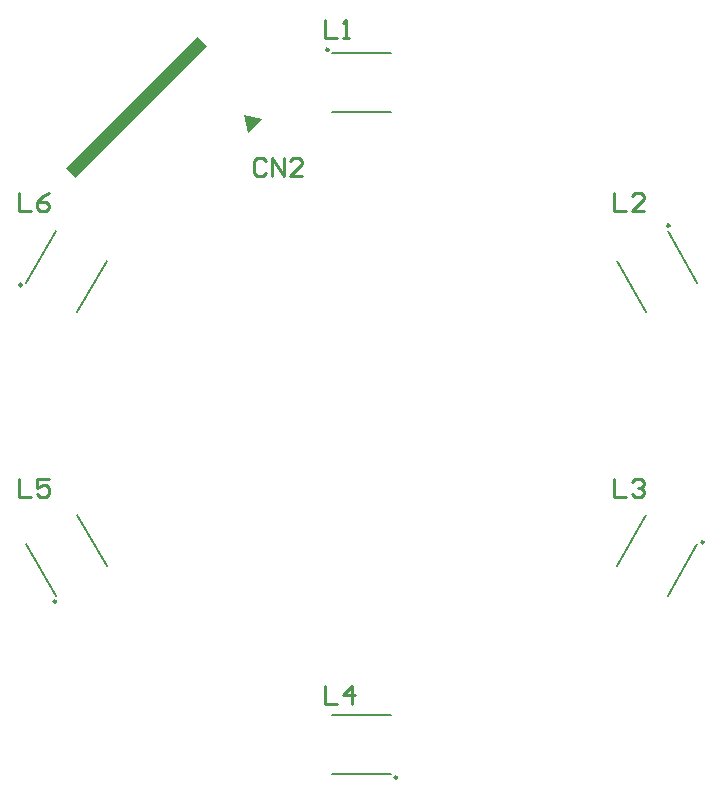
<source format=gto>
G04*
G04 #@! TF.GenerationSoftware,Altium Limited,CircuitMaker,2.3.0 (2.3.0.3)*
G04*
G04 Layer_Color=15132400*
%FSLAX25Y25*%
%MOIN*%
G70*
G04*
G04 #@! TF.SameCoordinates,F5C641B9-28B3-4D49-9DD8-C7E1E1099596*
G04*
G04*
G04 #@! TF.FilePolarity,Positive*
G04*
G01*
G75*
%ADD10C,0.01000*%
%ADD11C,0.00787*%
G36*
X-95267Y78604D02*
X-51427Y122444D01*
X-54609Y125626D01*
X-98449Y81786D01*
X-95267Y78604D01*
D02*
G37*
G36*
X-39052Y99463D02*
X-37874Y93571D01*
X-33160Y98285D01*
X-39052Y99463D01*
D02*
G37*
D10*
X-113287Y42868D02*
G03*
X-113287Y42868I-394J0D01*
G01*
X-101870Y-62644D02*
G03*
X-101870Y-62644I-394J0D01*
G01*
X11811Y-121260D02*
G03*
X11811Y-121260I-394J0D01*
G01*
X114074Y-42868D02*
G03*
X114074Y-42868I-394J0D01*
G01*
X102657Y62644D02*
G03*
X102657Y62644I-394J0D01*
G01*
X-11024Y121260D02*
G03*
X-11024Y121260I-394J0D01*
G01*
X-114300Y73598D02*
Y67600D01*
X-110301D01*
X-104303Y73598D02*
X-106303Y72598D01*
X-108302Y70599D01*
Y68600D01*
X-107302Y67600D01*
X-105303D01*
X-104303Y68600D01*
Y69599D01*
X-105303Y70599D01*
X-108302D01*
X-114300Y-21702D02*
Y-27700D01*
X-110301D01*
X-104303Y-21702D02*
X-108302D01*
Y-24701D01*
X-106303Y-23701D01*
X-105303D01*
X-104303Y-24701D01*
Y-26700D01*
X-105303Y-27700D01*
X-107302D01*
X-108302Y-26700D01*
X-12200Y-91002D02*
Y-97000D01*
X-8201D01*
X-3203D02*
Y-91002D01*
X-6202Y-94001D01*
X-2203D01*
X84000Y-21702D02*
Y-27700D01*
X87999D01*
X89998Y-22702D02*
X90998Y-21702D01*
X92997D01*
X93997Y-22702D01*
Y-23701D01*
X92997Y-24701D01*
X91997D01*
X92997D01*
X93997Y-25701D01*
Y-26700D01*
X92997Y-27700D01*
X90998D01*
X89998Y-26700D01*
X84000Y73598D02*
Y67600D01*
X87999D01*
X93997D02*
X89998D01*
X93997Y71599D01*
Y72598D01*
X92997Y73598D01*
X90998D01*
X89998Y72598D01*
X-12200Y131198D02*
Y125200D01*
X-8201D01*
X-6202D02*
X-4203D01*
X-5202D01*
Y131198D01*
X-6202Y130198D01*
X-31755Y84283D02*
X-32754Y85283D01*
X-34754D01*
X-35753Y84283D01*
Y80284D01*
X-34754Y79285D01*
X-32754D01*
X-31755Y80284D01*
X-29755Y79285D02*
Y85283D01*
X-25757Y79285D01*
Y85283D01*
X-19759Y79285D02*
X-23757D01*
X-19759Y83283D01*
Y84283D01*
X-20758Y85283D01*
X-22758D01*
X-23757Y84283D01*
D11*
X-94823Y33799D02*
X-84980Y50847D01*
X-111870Y43641D02*
X-102028Y60689D01*
X-94823Y-33799D02*
X-84980Y-50847D01*
X-111870Y-43641D02*
X-102028Y-60689D01*
X-9843Y-100394D02*
X9843D01*
X-9843Y-120079D02*
X9843D01*
X84980Y-50847D02*
X94823Y-33799D01*
X102028Y-60689D02*
X111870Y-43641D01*
X84980Y50847D02*
X94823Y33799D01*
X102028Y60689D02*
X111870Y43641D01*
X-9843Y100394D02*
X9843D01*
X-9843Y120079D02*
X9843D01*
M02*

</source>
